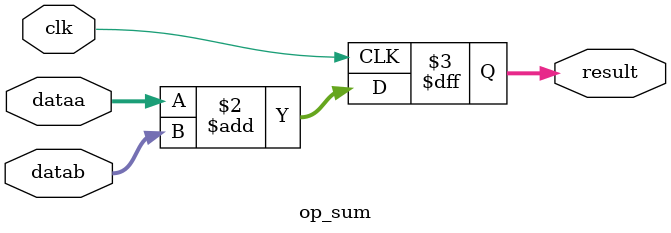
<source format=v>
/****************************************************************************************************
Author    : Zihao Cheng z5108506
Degree 	  : Bachelor of computer engineering
Supovisor : LinKan (George) Gong
Company	  : UNSW Sydney Australia
****************************************************************************************************/
module op_sum
(
	input clk,
	input [3:0] dataa,
	input [3:0] datab,
	output reg [4:0] result
);

	always @ (posedge clk)
	begin
			result <= dataa + datab;
	end

endmodule

</source>
